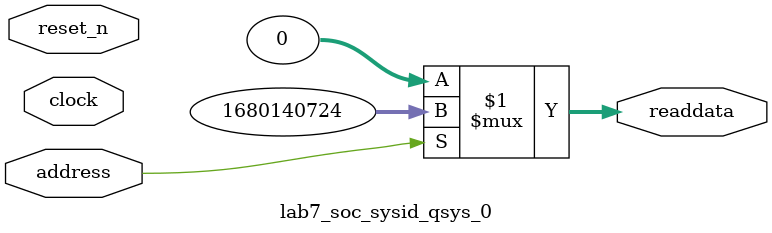
<source format=v>



// synthesis translate_off
`timescale 1ns / 1ps
// synthesis translate_on

// turn off superfluous verilog processor warnings 
// altera message_level Level1 
// altera message_off 10034 10035 10036 10037 10230 10240 10030 

module lab7_soc_sysid_qsys_0 (
               // inputs:
                address,
                clock,
                reset_n,

               // outputs:
                readdata
             )
;

  output  [ 31: 0] readdata;
  input            address;
  input            clock;
  input            reset_n;

  wire    [ 31: 0] readdata;
  //control_slave, which is an e_avalon_slave
  assign readdata = address ? 1680140724 : 0;

endmodule



</source>
